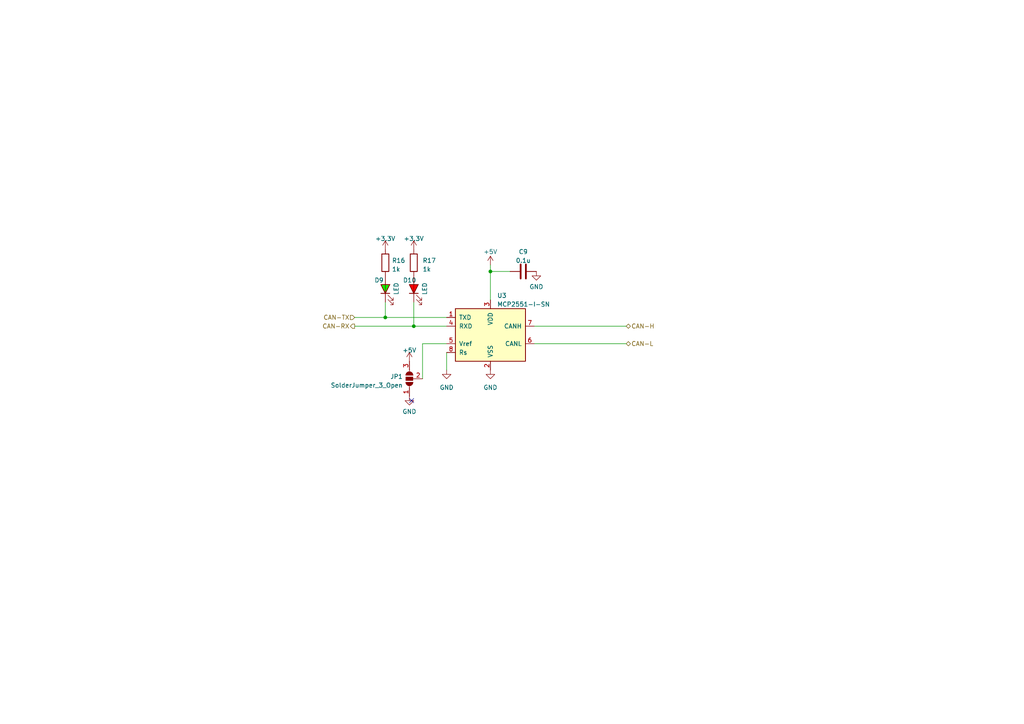
<source format=kicad_sch>
(kicad_sch (version 20231120) (generator "eeschema") (generator_version "8.0")
  (paper "A4")
  (lib_symbols
    (symbol "Device:C" (pin_numbers hide) (pin_names (offset 0.254))
      (property "Reference" "C" (at 0.635 2.54 0))
      (property "Value" "C" (at 0.635 -2.54 0))
      (symbol "C_0_1"
        (polyline (pts (xy -2.032 -0.762) (xy 2.032 -0.762)) (stroke (width 0.508)))
        (polyline (pts (xy -2.032 0.762) (xy 2.032 0.762)) (stroke (width 0.508)))
      )
      (symbol "C_1_1"
        (pin passive line (at 0 3.81 270) (length 2.794) (name "~") (number "1"))
        (pin passive line (at 0 -3.81 90) (length 2.794) (name "~") (number "2"))
      )
    )
    (symbol "Device:LED" (pin_numbers hide) (pin_names (offset 1.016) hide)
      (property "Reference" "D2" (at 3.175 -0.9525 90))
      (property "Value" "LED" (at 3.175 -3.4925 90))
      (symbol "LED_0_1"
        (polyline (pts (xy -1.27 -1.27) (xy -1.27 1.27)) (stroke (width 0.254)))
        (polyline (pts (xy -1.27 0) (xy 1.27 0)))
        (polyline (pts (xy 1.27 -1.27) (xy 1.27 1.27) (xy -1.27 0) (xy 1.27 -1.27)) (stroke (width 0.254)) (fill (type color) (color 0 255 0 1)))
        (polyline (pts (xy -3.048 -0.762) (xy -4.572 -2.286) (xy -3.81 -2.286) (xy -4.572 -2.286) (xy -4.572 -1.524)))
        (polyline (pts (xy -1.778 -0.762) (xy -3.302 -2.286) (xy -2.54 -2.286) (xy -3.302 -2.286) (xy -3.302 -1.524)))
      )
      (symbol "LED_1_1"
        (pin passive line (at -3.81 0 0) (length 2.54) (name "K") (number "1"))
        (pin passive line (at 3.81 0 180) (length 2.54) (name "A") (number "2"))
      )
    )
    (symbol "Device:R" (pin_numbers hide) (pin_names (offset 0))
      (property "Reference" "R" (at 2.032 0 90))
      (property "Value" "R" (at 0 0 90))
      (symbol "R_0_1"
        (rectangle (start -1.016 -2.54) (end 1.016 2.54) (stroke (width 0.254)))
      )
      (symbol "R_1_1"
        (pin passive line (at 0 3.81 270) (length 1.27) (name "~") (number "1"))
        (pin passive line (at 0 -3.81 90) (length 1.27) (name "~") (number "2"))
      )
    )
    (symbol "Interface_CAN_LIN:MCP2551-I-SN" (pin_names (offset 1.016))
      (property "Reference" "U" (at -10.16 8.89 0))
      (property "Value" "MCP2551-I-SN" (at 2.54 8.89 0))
      (symbol "MCP2551-I-SN_0_1"
        (rectangle (start -10.16 7.62) (end 10.16 -7.62) (stroke (width 0.254)) (fill (type background)))
      )
      (symbol "MCP2551-I-SN_1_1"
        (pin input line (at -12.7 5.08 0) (length 2.54) (name "TXD") (number "1"))
        (pin power_in line (at 0 -10.16 90) (length 2.54) (name "VSS") (number "2"))
        (pin power_in line (at 0 10.16 270) (length 2.54) (name "VDD") (number "3"))
        (pin output line (at -12.7 2.54 0) (length 2.54) (name "RXD") (number "4"))
        (pin power_out line (at -12.7 -2.54 0) (length 2.54) (name "Vref") (number "5"))
        (pin bidirectional line (at 12.7 -2.54 180) (length 2.54) (name "CANL") (number "6"))
        (pin bidirectional line (at 12.7 2.54 180) (length 2.54) (name "CANH") (number "7"))
        (pin input line (at -12.7 -5.08 0) (length 2.54) (name "Rs") (number "8"))
      )
    )
    (symbol "Jumper:SolderJumper_3_Open" (pin_names (offset 0) hide)
      (property "Reference" "JP" (at -2.54 -2.54 0))
      (property "Value" "SolderJumper_3_Open" (at 0 2.794 0))
      (symbol "SolderJumper_3_Open_0_1"
        (arc (start -1.016 1.016) (mid -2.0276 0) (end -1.016 -1.016))
        (arc (start -1.016 1.016) (mid -2.0276 0) (end -1.016 -1.016) (fill (type outline)))
        (rectangle (start -0.508 1.016) (end 0.508 -1.016) (fill (type outline)))
        (polyline (pts (xy -2.54 0) (xy -2.032 0)))
        (polyline (pts (xy -1.016 1.016) (xy -1.016 -1.016)))
        (polyline (pts (xy 0 -1.27) (xy 0 -1.016)))
        (polyline (pts (xy 1.016 1.016) (xy 1.016 -1.016)))
        (polyline (pts (xy 2.54 0) (xy 2.032 0)))
        (arc (start 1.016 -1.016) (mid 2.0276 0) (end 1.016 1.016))
        (arc (start 1.016 -1.016) (mid 2.0276 0) (end 1.016 1.016) (fill (type outline)))
      )
      (symbol "SolderJumper_3_Open_1_1"
        (pin passive line (at -5.08 0 0) (length 2.54) (name "A") (number "1"))
        (pin passive line (at 0 -3.81 90) (length 2.54) (name "C") (number "2"))
        (pin passive line (at 5.08 0 180) (length 2.54) (name "B") (number "3"))
      )
    )
    (symbol "LED_1" (pin_numbers hide) (pin_names (offset 1.016) hide)
      (property "Reference" "D1" (at 3.175 -0.9525 90))
      (property "Value" "LED" (at 3.175 -3.4925 90))
      (symbol "LED_1_0_1"
        (polyline (pts (xy -1.27 -1.27) (xy -1.27 1.27)) (stroke (width 0.254)))
        (polyline (pts (xy -1.27 0) (xy 1.27 0)))
        (polyline (pts (xy 1.27 -1.27) (xy 1.27 1.27) (xy -1.27 0) (xy 1.27 -1.27)) (stroke (width 0.254)) (fill (type color) (color 255 0 0 1)))
        (polyline (pts (xy -3.048 -0.762) (xy -4.572 -2.286) (xy -3.81 -2.286) (xy -4.572 -2.286) (xy -4.572 -1.524)))
        (polyline (pts (xy -1.778 -0.762) (xy -3.302 -2.286) (xy -2.54 -2.286) (xy -3.302 -2.286) (xy -3.302 -1.524)))
      )
      (symbol "LED_1_1_1"
        (pin passive line (at -3.81 0 0) (length 2.54) (name "K") (number "1"))
        (pin passive line (at 3.81 0 180) (length 2.54) (name "A") (number "2"))
      )
    )
    (symbol "power:+3.3V" (power) (pin_names (offset 0))
      (property "Value" "+3.3V" (at 0 3.556 0))
      (symbol "+3.3V_0_1"
        (polyline (pts (xy -0.762 1.27) (xy 0 2.54)))
        (polyline (pts (xy 0 0) (xy 0 2.54)))
        (polyline (pts (xy 0 2.54) (xy 0.762 1.27)))
      )
      (symbol "+3.3V_1_1"
        (pin power_in line (at 0 0 90) (length 0) hide (name "+3.3V") (number "1"))
      )
    )
    (symbol "power:+5V" (power) (pin_names (offset 0))
      (property "Value" "+5V" (at 0 3.556 0))
      (symbol "+5V_0_1"
        (polyline (pts (xy -0.762 1.27) (xy 0 2.54)))
        (polyline (pts (xy 0 0) (xy 0 2.54)))
        (polyline (pts (xy 0 2.54) (xy 0.762 1.27)))
      )
      (symbol "+5V_1_1"
        (pin power_in line (at 0 0 90) (length 0) hide (name "+5V") (number "1"))
      )
    )
    (symbol "power:GND" (power) (pin_names (offset 0))
      (property "Value" "GND" (at 0 -3.81 0))
      (symbol "GND_0_1"
        (polyline (pts (xy 0 0) (xy 0 -1.27) (xy 1.27 -1.27) (xy 0 -2.54) (xy -1.27 -1.27) (xy 0 -1.27)))
      )
      (symbol "GND_1_1"
        (pin power_in line (at 0 0 270) (length 0) hide (name "GND") (number "1"))
      )
    )
  )
  (junction (at 111.76 92.075))
  (junction (at 120.015 94.615))
  (junction (at 142.24 78.74))
  (no_connect (at 119.38 116.205))
  (wire (pts (xy 111.76 87.63) (xy 111.76 92.075)))
  (wire (pts (xy 154.94 99.695) (xy 181.61 99.695)))
  (wire (pts (xy 154.94 94.615) (xy 181.61 94.615)))
  (wire (pts (xy 129.54 99.695) (xy 122.555 99.695)))
  (wire (pts (xy 102.87 94.615) (xy 120.015 94.615)))
  (wire (pts (xy 120.015 87.63) (xy 120.015 94.615)))
  (wire (pts (xy 111.76 92.075) (xy 129.54 92.075)))
  (wire (pts (xy 102.87 92.075) (xy 111.76 92.075)))
  (wire (pts (xy 120.015 94.615) (xy 129.54 94.615)))
  (wire (pts (xy 142.24 76.835) (xy 142.24 78.74)))
  (wire (pts (xy 129.54 102.235) (xy 129.54 107.315)))
  (wire (pts (xy 142.24 78.74) (xy 147.955 78.74)))
  (wire (pts (xy 142.24 78.74) (xy 142.24 86.995)))
  (wire (pts (xy 122.555 99.695) (xy 122.555 109.855)))
  (hierarchical_label "CAN-H" (shape bidirectional) (at 181.61 94.615 0))
  (hierarchical_label "CAN-TX" (shape input) (at 102.87 92.075 180))
  (hierarchical_label "CAN-RX" (shape output) (at 102.87 94.615 180))
  (hierarchical_label "CAN-L" (shape bidirectional) (at 181.61 99.695 0))
  (symbol (lib_id "power:+3.3V") (at 120.015 72.39 0) (unit 1)
    (property "Reference" "#PWR032" (effects (hide yes)))
    (property "Value" "+3.3V" (at 120.015 69.215 0))
    (instances (project "ロボマス制御" (path "" (reference "#PWR032") (unit 1)) (path "" (reference "#PWR040") (unit 1))))
  )
  (symbol (lib_id "power:+3.3V") (at 111.76 72.39 0) (unit 1)
    (property "Reference" "#PWR029" (effects (hide yes)))
    (property "Value" "+3.3V" (at 111.76 69.215 0))
    (instances (project "ロボマス制御" (path "" (reference "#PWR029") (unit 1)) (path "" (reference "#PWR037") (unit 1))))
  )
  (symbol (lib_id "Device:R") (at 111.76 76.2 0) (unit 1)
    (property "Reference" "R16" (at 113.665 75.565 0) (effects (justify left)))
    (property "Value" "1k" (at 113.665 78.105 0) (effects (justify left)))
    (property "Footprint" "Resistor_SMD:R_0603_1608Metric_Pad0.98x0.95mm_HandSolder" (effects (hide yes)))
    (instances (project "ロボマス制御" (path "" (reference "R16") (unit 1)) (path "" (reference "R18") (unit 1))))
  )
  (symbol (lib_id "Device:C") (at 151.765 78.74 90) (unit 1)
    (property "Reference" "C9" (at 151.765 73.025 90))
    (property "Value" "0.1u" (at 151.765 75.565 90))
    (property "Footprint" "Capacitor_SMD:C_0603_1608Metric_Pad1.08x0.95mm_HandSolder" (effects (hide yes)))
    (instances (project "ロボマス制御" (path "" (reference "C9") (unit 1)) (path "" (reference "C10") (unit 1))))
  )
  (symbol (lib_id "power:GND") (at 129.54 107.315 0) (unit 1)
    (property "Reference" "#PWR041" (effects (hide yes)))
    (property "Value" "GND" (at 129.54 112.395 0))
    (instances (project "ロボマス制御" (path "" (reference "#PWR041") (unit 1)) (path "" (reference "#PWR033") (unit 1))))
  )
  (symbol (lib_id "Jumper:SolderJumper_3_Open") (at 118.745 109.855 90) (unit 1)
    (property "Reference" "JP1" (at 116.84 109.22 90) (effects (justify left)))
    (property "Value" "SolderJumper_3_Open" (at 116.84 111.76 90) (effects (justify left)))
    (property "Footprint" "Jumper:SolderJumper-3_P1.3mm_Open_Pad1.0x1.5mm" (effects (hide yes)))
    (instances (project "ロボマス制御" (path "" (reference "JP1") (unit 1)) (path "" (reference "JP2") (unit 1))))
  )
  (symbol (lib_id "power:+5V") (at 118.745 104.775 0) (unit 1)
    (property "Reference" "#PWR030" (effects (hide yes)))
    (property "Value" "+5V" (at 118.745 101.6 0))
    (instances (project "ロボマス制御" (path "" (reference "#PWR030") (unit 1)) (path "" (reference "#PWR038") (unit 1))))
  )
  (symbol (lib_id "Device:LED") (at 111.76 83.82 90) (unit 1)
    (property "Reference" "D9" (at 108.585 81.28 90) (effects (justify right)))
    (property "Value" "LED" (at 114.935 81.915 0) (effects (justify right)))
    (property "Footprint" "LED_SMD:LED_0603_1608Metric_Pad1.05x0.95mm_HandSolder" (effects (hide yes)))
    (instances (project "ロボマス制御" (path "" (reference "D9") (unit 1)) (path "" (reference "D11") (unit 1))))
  )
  (symbol (lib_id "power:GND") (at 155.575 78.74 0) (unit 1)
    (property "Reference" "#PWR036" (effects (hide yes)))
    (property "Value" "GND" (at 155.575 83.185 0))
    (instances (project "ロボマス制御" (path "" (reference "#PWR036") (unit 1)) (path "" (reference "#PWR044") (unit 1))))
  )
  (symbol (lib_id "power:GND") (at 118.745 114.935 0) (unit 1)
    (property "Reference" "#PWR031" (effects (hide yes)))
    (property "Value" "GND" (at 118.745 119.38 0))
    (instances (project "ロボマス制御" (path "" (reference "#PWR031") (unit 1)) (path "" (reference "#PWR039") (unit 1))))
  )
  (symbol (lib_id "power:GND") (at 142.24 107.315 0) (unit 1)
    (property "Reference" "#PWR035" (effects (hide yes)))
    (property "Value" "GND" (at 142.24 112.395 0))
    (instances (project "ロボマス制御" (path "" (reference "#PWR035") (unit 1)) (path "" (reference "#PWR043") (unit 1))))
  )
  (symbol (lib_id "power:+5V") (at 142.24 76.835 0) (unit 1)
    (property "Reference" "#PWR034" (effects (hide yes)))
    (property "Value" "+5V" (at 142.24 73.025 0))
    (instances (project "ロボマス制御" (path "" (reference "#PWR034") (unit 1)) (path "" (reference "#PWR042") (unit 1))))
  )
  (symbol (lib_name "LED_1") (lib_id "Device:LED") (at 120.015 83.82 90) (unit 1)
    (property "Reference" "D10" (at 116.84 81.28 90) (effects (justify right)))
    (property "Value" "LED" (at 123.19 81.915 0) (effects (justify right)))
    (property "Footprint" "LED_SMD:LED_0603_1608Metric_Pad1.05x0.95mm_HandSolder" (effects (hide yes)))
    (instances (project "ロボマス制御" (path "" (reference "D10") (unit 1)) (path "" (reference "D12") (unit 1))))
  )
  (symbol (lib_id "Device:R") (at 120.015 76.2 0) (unit 1)
    (property "Reference" "R17" (at 122.555 75.565 0) (effects (justify left)))
    (property "Value" "1k" (at 122.555 78.105 0) (effects (justify left)))
    (property "Footprint" "Resistor_SMD:R_0603_1608Metric_Pad0.98x0.95mm_HandSolder" (effects (hide yes)))
    (instances (project "ロボマス制御" (path "" (reference "R17") (unit 1)) (path "" (reference "R19") (unit 1))))
  )
  (symbol (lib_id "Interface_CAN_LIN:MCP2551-I-SN") (at 142.24 97.155 0) (unit 1)
    (property "Reference" "U3" (at 144.1959 85.725 0) (effects (justify left)))
    (property "Value" "MCP2551-I-SN" (at 144.1959 88.265 0) (effects (justify left)))
    (property "Footprint" "Package_SO:SOIC-8_3.9x4.9mm_P1.27mm" (effects (hide yes)))
    (property "Datasheet" "http://ww1.microchip.com/downloads/en/devicedoc/21667d.pdf" (effects (hide yes)))
    (instances (project "ロボマス制御" (path "" (reference "U3") (unit 1)) (path "" (reference "U4") (unit 1))))
  )
)
</source>
